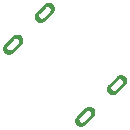
<source format=gbr>
%TF.GenerationSoftware,Flux,Pcbnew,7.0.11-7.0.11~ubuntu20.04.1*%
%TF.CreationDate,2024-08-21T18:35:08+00:00*%
%TF.ProjectId,input,696e7075-742e-46b6-9963-61645f706362,rev?*%
%TF.SameCoordinates,Original*%
%TF.FileFunction,Soldermask,Bot*%
%TF.FilePolarity,Negative*%
%FSLAX46Y46*%
G04 Gerber Fmt 4.6, Leading zero omitted, Abs format (unit mm)*
G04 Filename: practical-fuchsia-massive-robot-spider*
G04 Build it with Flux! Visit our site at: https://www.flux.ai (PCBNEW 7.0.11-7.0.11~ubuntu20.04.1) date 2024-08-21 18:35:08*
%MOMM*%
%LPD*%
G01*
G04 APERTURE LIST*
G04 APERTURE END LIST*
%TO.C,*%
G36*
X37369941Y20348377D02*
G01*
X37394364Y20345972D01*
X37418640Y20342371D01*
X37442709Y20337583D01*
X37466515Y20331620D01*
X37490000Y20324496D01*
X37513106Y20316228D01*
X37535779Y20306837D01*
X37557964Y20296344D01*
X37579608Y20284776D01*
X37600658Y20272159D01*
X37621063Y20258524D01*
X37640775Y20243905D01*
X37659745Y20228337D01*
X37677929Y20211856D01*
X37695282Y20194502D01*
X37711763Y20176319D01*
X37727332Y20157348D01*
X37741951Y20137636D01*
X37755586Y20117231D01*
X37768202Y20096181D01*
X37779771Y20074538D01*
X37790264Y20052353D01*
X37799655Y20029680D01*
X37807923Y20006573D01*
X37815047Y19983088D01*
X37821010Y19959283D01*
X37825798Y19935213D01*
X37829399Y19910937D01*
X37831804Y19886514D01*
X37833008Y19862003D01*
X37833008Y19837461D01*
X37831804Y19812950D01*
X37829399Y19788527D01*
X37825798Y19764251D01*
X37821010Y19740181D01*
X37815047Y19716376D01*
X37807923Y19692891D01*
X37799655Y19669785D01*
X37790264Y19647111D01*
X37779771Y19624926D01*
X37768202Y19603283D01*
X37755586Y19582233D01*
X37741951Y19561828D01*
X37727332Y19542116D01*
X37711763Y19523146D01*
X37695282Y19504962D01*
X37677929Y19487609D01*
X36970822Y18780502D01*
X36952638Y18764021D01*
X36933668Y18748452D01*
X36913956Y18733833D01*
X36893551Y18720199D01*
X36872501Y18707582D01*
X36850858Y18696013D01*
X36828673Y18685520D01*
X36806000Y18676129D01*
X36782893Y18667861D01*
X36759408Y18660737D01*
X36735603Y18654774D01*
X36711533Y18649986D01*
X36687257Y18646386D01*
X36662834Y18643980D01*
X36638323Y18642776D01*
X36613781Y18642776D01*
X36589270Y18643980D01*
X36564847Y18646386D01*
X36540571Y18649986D01*
X36516501Y18654774D01*
X36492696Y18660737D01*
X36469211Y18667861D01*
X36446105Y18676129D01*
X36423431Y18685520D01*
X36401246Y18696013D01*
X36379603Y18707582D01*
X36358553Y18720199D01*
X36338148Y18733833D01*
X36318436Y18748452D01*
X36299466Y18764021D01*
X36281282Y18780502D01*
X36263928Y18797855D01*
X36247448Y18816039D01*
X36231879Y18835010D01*
X36217260Y18854721D01*
X36203625Y18875126D01*
X36191009Y18896176D01*
X36179440Y18917820D01*
X36168947Y18940005D01*
X36159556Y18962678D01*
X36151288Y18985784D01*
X36144164Y19009269D01*
X36138201Y19033075D01*
X36133413Y19057144D01*
X36129812Y19081420D01*
X36127407Y19105843D01*
X36126203Y19130355D01*
X36126203Y19154896D01*
X36127407Y19179408D01*
X36129812Y19203831D01*
X36133413Y19228106D01*
X36136287Y19242556D01*
X36482193Y19242556D01*
X36482795Y19230300D01*
X36483998Y19218089D01*
X36485799Y19205951D01*
X36488193Y19193916D01*
X36491174Y19182013D01*
X36494736Y19170271D01*
X36498870Y19158718D01*
X36503566Y19147381D01*
X36508812Y19136288D01*
X36514596Y19125467D01*
X36520905Y19114942D01*
X36527722Y19104739D01*
X36535031Y19094883D01*
X36542816Y19085398D01*
X36551056Y19076306D01*
X36559733Y19067630D01*
X36568825Y19059389D01*
X36578310Y19051605D01*
X36588166Y19044295D01*
X36598369Y19037478D01*
X36608893Y19031170D01*
X36619715Y19025385D01*
X36630808Y19020139D01*
X36642144Y19015443D01*
X36653698Y19011309D01*
X36665440Y19007747D01*
X36677343Y19004766D01*
X36689378Y19002372D01*
X36701515Y19000571D01*
X36713727Y18999369D01*
X36725983Y18998767D01*
X36738253Y18998767D01*
X36750509Y18999369D01*
X36762721Y19000571D01*
X36774859Y19002372D01*
X36786893Y19004766D01*
X36798796Y19007747D01*
X36810538Y19011309D01*
X36822092Y19015443D01*
X36833428Y19020139D01*
X36844521Y19025385D01*
X36855343Y19031170D01*
X36865867Y19037478D01*
X36876070Y19044295D01*
X36885926Y19051605D01*
X36895411Y19059389D01*
X36904503Y19067630D01*
X37399478Y19562604D01*
X37408155Y19571281D01*
X37416395Y19580373D01*
X37424179Y19589858D01*
X37431489Y19599714D01*
X37438306Y19609917D01*
X37444615Y19620442D01*
X37450399Y19631263D01*
X37455645Y19642356D01*
X37460341Y19653692D01*
X37464475Y19665246D01*
X37468037Y19676988D01*
X37471018Y19688891D01*
X37473412Y19700926D01*
X37475213Y19713063D01*
X37476415Y19725275D01*
X37477017Y19737531D01*
X37477017Y19749801D01*
X37476415Y19762057D01*
X37475213Y19774269D01*
X37473412Y19786407D01*
X37471018Y19798441D01*
X37468037Y19810344D01*
X37464475Y19822087D01*
X37460341Y19833640D01*
X37455645Y19844976D01*
X37450399Y19856069D01*
X37444615Y19866891D01*
X37438306Y19877415D01*
X37431489Y19887618D01*
X37424179Y19897474D01*
X37416395Y19906959D01*
X37408155Y19916051D01*
X37399478Y19924728D01*
X37390386Y19932968D01*
X37380901Y19940753D01*
X37371045Y19948062D01*
X37360842Y19954879D01*
X37350317Y19961188D01*
X37339496Y19966972D01*
X37328403Y19972219D01*
X37317067Y19976914D01*
X37305513Y19981048D01*
X37293771Y19984610D01*
X37281868Y19987592D01*
X37269833Y19989985D01*
X37257695Y19991786D01*
X37245484Y19992989D01*
X37233228Y19993591D01*
X37220957Y19993591D01*
X37208702Y19992989D01*
X37196490Y19991786D01*
X37184352Y19989985D01*
X37172317Y19987592D01*
X37160415Y19984610D01*
X37148672Y19981048D01*
X37137119Y19976914D01*
X37125782Y19972219D01*
X37114690Y19966972D01*
X37103868Y19961188D01*
X37093343Y19954879D01*
X37083141Y19948062D01*
X37073285Y19940753D01*
X37063800Y19932968D01*
X37054708Y19924728D01*
X36551056Y19421076D01*
X36542816Y19411985D01*
X36535031Y19402499D01*
X36527722Y19392643D01*
X36520905Y19382441D01*
X36514596Y19371916D01*
X36508812Y19361094D01*
X36503566Y19350002D01*
X36498870Y19338665D01*
X36494736Y19327112D01*
X36491174Y19315370D01*
X36488193Y19303467D01*
X36485799Y19291432D01*
X36483998Y19279294D01*
X36482795Y19267082D01*
X36482193Y19254827D01*
X36482193Y19242556D01*
X36136287Y19242556D01*
X36138201Y19252176D01*
X36144164Y19275982D01*
X36151288Y19299466D01*
X36159556Y19322573D01*
X36168947Y19345246D01*
X36179440Y19367431D01*
X36191009Y19389074D01*
X36203625Y19410124D01*
X36217260Y19430529D01*
X36231879Y19450241D01*
X36247448Y19469212D01*
X36263928Y19487396D01*
X36988389Y20211856D01*
X37006572Y20228337D01*
X37025543Y20243905D01*
X37045255Y20258524D01*
X37065660Y20272159D01*
X37086710Y20284776D01*
X37108353Y20296344D01*
X37130538Y20306837D01*
X37153211Y20316228D01*
X37176318Y20324496D01*
X37199802Y20331620D01*
X37223608Y20337583D01*
X37247678Y20342371D01*
X37271953Y20345972D01*
X37296377Y20348377D01*
X37320888Y20349581D01*
X37345429Y20349581D01*
X37369941Y20348377D01*
G37*
G36*
X31260566Y26457807D02*
G01*
X31284989Y26455402D01*
X31309265Y26451801D01*
X31333334Y26447013D01*
X31357140Y26441050D01*
X31380625Y26433926D01*
X31403731Y26425659D01*
X31426404Y26416267D01*
X31448589Y26405774D01*
X31470233Y26394206D01*
X31491282Y26381589D01*
X31511688Y26367955D01*
X31531399Y26353335D01*
X31550370Y26337767D01*
X31568554Y26321286D01*
X31585907Y26303932D01*
X31602388Y26285749D01*
X31617957Y26266778D01*
X31632576Y26247066D01*
X31646210Y26226661D01*
X31658827Y26205611D01*
X31670396Y26183968D01*
X31680889Y26161783D01*
X31690280Y26139110D01*
X31698548Y26116003D01*
X31705672Y26092518D01*
X31711635Y26068713D01*
X31716422Y26044643D01*
X31720023Y26020367D01*
X31722429Y25995944D01*
X31723633Y25971433D01*
X31723633Y25946891D01*
X31722429Y25922380D01*
X31720023Y25897957D01*
X31716422Y25873681D01*
X31711635Y25849611D01*
X31705672Y25825806D01*
X31698548Y25802321D01*
X31690280Y25779215D01*
X31680889Y25756541D01*
X31670396Y25734356D01*
X31658827Y25712713D01*
X31646210Y25691663D01*
X31632576Y25671258D01*
X31617957Y25651546D01*
X31602388Y25632576D01*
X31585907Y25614392D01*
X31568554Y25597039D01*
X30861447Y24889932D01*
X30843263Y24873451D01*
X30824293Y24857882D01*
X30804581Y24843263D01*
X30784176Y24829629D01*
X30763126Y24817012D01*
X30741483Y24805443D01*
X30719298Y24794950D01*
X30696624Y24785559D01*
X30673518Y24777291D01*
X30650033Y24770167D01*
X30626227Y24764204D01*
X30602158Y24759417D01*
X30577882Y24755816D01*
X30553459Y24753410D01*
X30528947Y24752206D01*
X30504406Y24752206D01*
X30479895Y24753410D01*
X30455472Y24755816D01*
X30431196Y24759417D01*
X30407126Y24764204D01*
X30383320Y24770167D01*
X30359836Y24777291D01*
X30336729Y24785559D01*
X30314056Y24794950D01*
X30291871Y24805443D01*
X30270228Y24817012D01*
X30249178Y24829629D01*
X30228773Y24843263D01*
X30209061Y24857882D01*
X30190090Y24873451D01*
X30171907Y24889932D01*
X30154553Y24907285D01*
X30138072Y24925469D01*
X30122504Y24944440D01*
X30107884Y24964151D01*
X30094250Y24984557D01*
X30081633Y25005606D01*
X30070065Y25027250D01*
X30059572Y25049435D01*
X30050180Y25072108D01*
X30041913Y25095214D01*
X30034789Y25118699D01*
X30028826Y25142505D01*
X30024038Y25166574D01*
X30020437Y25190850D01*
X30018032Y25215273D01*
X30016827Y25239785D01*
X30016827Y25264326D01*
X30018032Y25288838D01*
X30020437Y25313261D01*
X30024038Y25337536D01*
X30026912Y25351986D01*
X30372818Y25351986D01*
X30373420Y25339730D01*
X30374623Y25327519D01*
X30376423Y25315381D01*
X30378817Y25303346D01*
X30381799Y25291443D01*
X30385361Y25279701D01*
X30389495Y25268148D01*
X30394190Y25256811D01*
X30399437Y25245719D01*
X30405221Y25234897D01*
X30411529Y25224372D01*
X30418347Y25214169D01*
X30425656Y25204313D01*
X30433441Y25194828D01*
X30441681Y25185736D01*
X30450358Y25177060D01*
X30459450Y25168819D01*
X30468935Y25161035D01*
X30478791Y25153725D01*
X30488993Y25146908D01*
X30499518Y25140600D01*
X30510340Y25134815D01*
X30521433Y25129569D01*
X30532769Y25124873D01*
X30544322Y25120739D01*
X30556065Y25117177D01*
X30567968Y25114196D01*
X30580002Y25111802D01*
X30592140Y25110001D01*
X30604352Y25108799D01*
X30616608Y25108197D01*
X30628878Y25108197D01*
X30641134Y25108799D01*
X30653346Y25110001D01*
X30665483Y25111802D01*
X30677518Y25114196D01*
X30689421Y25117177D01*
X30701163Y25120739D01*
X30712717Y25124873D01*
X30724053Y25129569D01*
X30735146Y25134815D01*
X30745967Y25140600D01*
X30756492Y25146908D01*
X30766695Y25153725D01*
X30776551Y25161035D01*
X30786036Y25168819D01*
X30795128Y25177060D01*
X31290103Y25672034D01*
X31298779Y25680711D01*
X31307020Y25689803D01*
X31314804Y25699288D01*
X31322114Y25709144D01*
X31328931Y25719347D01*
X31335239Y25729872D01*
X31341024Y25740693D01*
X31346270Y25751786D01*
X31350966Y25763122D01*
X31355100Y25774676D01*
X31358662Y25786418D01*
X31361643Y25798321D01*
X31364037Y25810356D01*
X31365838Y25822493D01*
X31367040Y25834705D01*
X31367642Y25846961D01*
X31367642Y25859231D01*
X31367040Y25871487D01*
X31365838Y25883699D01*
X31364037Y25895837D01*
X31361643Y25907871D01*
X31358662Y25919774D01*
X31355100Y25931517D01*
X31350966Y25943070D01*
X31346270Y25954406D01*
X31341024Y25965499D01*
X31335239Y25976321D01*
X31328931Y25986845D01*
X31322114Y25997048D01*
X31314804Y26006904D01*
X31307020Y26016389D01*
X31298779Y26025481D01*
X31290103Y26034158D01*
X31281011Y26042398D01*
X31271526Y26050183D01*
X31261670Y26057492D01*
X31251467Y26064309D01*
X31240942Y26070618D01*
X31230120Y26076402D01*
X31219028Y26081649D01*
X31207691Y26086344D01*
X31196138Y26090478D01*
X31184396Y26094040D01*
X31172493Y26097022D01*
X31160458Y26099415D01*
X31148320Y26101216D01*
X31136109Y26102419D01*
X31123853Y26103021D01*
X31111582Y26103021D01*
X31099326Y26102419D01*
X31087115Y26101216D01*
X31074977Y26099415D01*
X31062942Y26097022D01*
X31051039Y26094040D01*
X31039297Y26090478D01*
X31027744Y26086344D01*
X31016407Y26081649D01*
X31005315Y26076402D01*
X30994493Y26070618D01*
X30983968Y26064309D01*
X30973766Y26057492D01*
X30963910Y26050183D01*
X30954424Y26042398D01*
X30945332Y26034158D01*
X30441681Y25530506D01*
X30433441Y25521415D01*
X30425656Y25511929D01*
X30418347Y25502073D01*
X30411529Y25491871D01*
X30405221Y25481346D01*
X30399437Y25470524D01*
X30394190Y25459432D01*
X30389495Y25448095D01*
X30385361Y25436542D01*
X30381799Y25424800D01*
X30378817Y25412897D01*
X30376423Y25400862D01*
X30374623Y25388724D01*
X30373420Y25376512D01*
X30372818Y25364257D01*
X30372818Y25351986D01*
X30026912Y25351986D01*
X30028826Y25361606D01*
X30034789Y25385412D01*
X30041913Y25408896D01*
X30050180Y25432003D01*
X30059572Y25454676D01*
X30070065Y25476861D01*
X30081633Y25498504D01*
X30094250Y25519554D01*
X30107884Y25539959D01*
X30122504Y25559671D01*
X30138072Y25578642D01*
X30154553Y25596826D01*
X30879013Y26321286D01*
X30897197Y26337767D01*
X30916168Y26353335D01*
X30935880Y26367955D01*
X30956285Y26381589D01*
X30977335Y26394206D01*
X30998978Y26405774D01*
X31021163Y26416267D01*
X31043836Y26425659D01*
X31066943Y26433926D01*
X31090427Y26441050D01*
X31114233Y26447013D01*
X31138303Y26451801D01*
X31162578Y26455402D01*
X31187001Y26457807D01*
X31211513Y26459012D01*
X31236054Y26459012D01*
X31260566Y26457807D01*
G37*
G36*
X34682923Y17661384D02*
G01*
X34707346Y17658978D01*
X34731622Y17655377D01*
X34755692Y17650589D01*
X34779497Y17644626D01*
X34802982Y17637502D01*
X34826088Y17629235D01*
X34848762Y17619843D01*
X34870947Y17609351D01*
X34892590Y17597782D01*
X34913640Y17585165D01*
X34934045Y17571531D01*
X34953757Y17556912D01*
X34972727Y17541343D01*
X34990911Y17524862D01*
X35008265Y17507509D01*
X35024745Y17489325D01*
X35040314Y17470354D01*
X35054933Y17450642D01*
X35068568Y17430237D01*
X35081184Y17409187D01*
X35092753Y17387544D01*
X35103246Y17365359D01*
X35112637Y17342686D01*
X35120905Y17319579D01*
X35128029Y17296095D01*
X35133992Y17272289D01*
X35138780Y17248219D01*
X35142381Y17223944D01*
X35144786Y17199521D01*
X35145990Y17175009D01*
X35145990Y17150468D01*
X35144786Y17125956D01*
X35142381Y17101533D01*
X35138780Y17077257D01*
X35133992Y17053188D01*
X35128029Y17029382D01*
X35120905Y17005898D01*
X35112637Y16982791D01*
X35103246Y16960118D01*
X35092753Y16937933D01*
X35081184Y16916289D01*
X35068568Y16895240D01*
X35054933Y16874834D01*
X35040314Y16855123D01*
X35024745Y16836152D01*
X35008265Y16817968D01*
X34990911Y16800615D01*
X34283804Y16093508D01*
X34265621Y16077027D01*
X34246650Y16061458D01*
X34226938Y16046839D01*
X34206533Y16033205D01*
X34185483Y16020588D01*
X34163840Y16009019D01*
X34141655Y15998527D01*
X34118982Y15989135D01*
X34095875Y15980868D01*
X34072391Y15973744D01*
X34048585Y15967781D01*
X34024515Y15962993D01*
X34000240Y15959392D01*
X33975816Y15956986D01*
X33951305Y15955782D01*
X33926764Y15955782D01*
X33902252Y15956986D01*
X33877829Y15959392D01*
X33853553Y15962993D01*
X33829484Y15967781D01*
X33805678Y15973744D01*
X33782193Y15980868D01*
X33759087Y15989135D01*
X33736414Y15998527D01*
X33714229Y16009019D01*
X33692585Y16020588D01*
X33671535Y16033205D01*
X33651130Y16046839D01*
X33631418Y16061458D01*
X33612448Y16077027D01*
X33594264Y16093508D01*
X33576911Y16110861D01*
X33560430Y16129045D01*
X33544861Y16148016D01*
X33530242Y16167728D01*
X33516607Y16188133D01*
X33503991Y16209183D01*
X33492422Y16230826D01*
X33481929Y16253011D01*
X33472538Y16275684D01*
X33464270Y16298791D01*
X33457146Y16322275D01*
X33451183Y16346081D01*
X33446395Y16370151D01*
X33442794Y16394426D01*
X33440389Y16418849D01*
X33439185Y16443361D01*
X33439185Y16467902D01*
X33440389Y16492414D01*
X33442794Y16516837D01*
X33446395Y16541113D01*
X33449269Y16555562D01*
X33795176Y16555562D01*
X33795778Y16543306D01*
X33796980Y16531095D01*
X33798781Y16518957D01*
X33801175Y16506922D01*
X33804156Y16495019D01*
X33807718Y16483277D01*
X33811852Y16471724D01*
X33816548Y16460387D01*
X33821794Y16449295D01*
X33827578Y16438473D01*
X33833887Y16427948D01*
X33840704Y16417746D01*
X33848014Y16407890D01*
X33855798Y16398404D01*
X33864038Y16389312D01*
X33872715Y16380636D01*
X33881807Y16372395D01*
X33891292Y16364611D01*
X33901148Y16357301D01*
X33911351Y16350484D01*
X33921876Y16344176D01*
X33932697Y16338392D01*
X33943790Y16333145D01*
X33955126Y16328449D01*
X33966680Y16324316D01*
X33978422Y16320754D01*
X33990325Y16317772D01*
X34002360Y16315378D01*
X34014498Y16313578D01*
X34026709Y16312375D01*
X34038965Y16311773D01*
X34051236Y16311773D01*
X34063491Y16312375D01*
X34075703Y16313578D01*
X34087841Y16315378D01*
X34099876Y16317772D01*
X34111778Y16320754D01*
X34123521Y16324316D01*
X34135074Y16328449D01*
X34146411Y16333145D01*
X34157503Y16338392D01*
X34168325Y16344176D01*
X34178850Y16350484D01*
X34189052Y16357301D01*
X34198908Y16364611D01*
X34208393Y16372395D01*
X34217485Y16380636D01*
X34712460Y16875611D01*
X34721137Y16884287D01*
X34729377Y16893379D01*
X34737162Y16902864D01*
X34744471Y16912720D01*
X34751288Y16922923D01*
X34757597Y16933448D01*
X34763381Y16944270D01*
X34768627Y16955362D01*
X34773323Y16966699D01*
X34777457Y16978252D01*
X34781019Y16989994D01*
X34784000Y17001897D01*
X34786394Y17013932D01*
X34788195Y17026070D01*
X34789398Y17038281D01*
X34790000Y17050537D01*
X34790000Y17062808D01*
X34789398Y17075064D01*
X34788195Y17087275D01*
X34786394Y17099413D01*
X34784000Y17111448D01*
X34781019Y17123351D01*
X34777457Y17135093D01*
X34773323Y17146646D01*
X34768627Y17157983D01*
X34763381Y17169075D01*
X34757597Y17179897D01*
X34751288Y17190422D01*
X34744471Y17200624D01*
X34737162Y17210480D01*
X34729377Y17219966D01*
X34721137Y17229057D01*
X34712460Y17237734D01*
X34703368Y17245975D01*
X34693883Y17253759D01*
X34684027Y17261069D01*
X34673824Y17267886D01*
X34663299Y17274194D01*
X34652478Y17279978D01*
X34641385Y17285225D01*
X34630049Y17289921D01*
X34618495Y17294054D01*
X34606753Y17297616D01*
X34594850Y17300598D01*
X34582815Y17302992D01*
X34570678Y17304792D01*
X34558466Y17305995D01*
X34546210Y17306597D01*
X34533940Y17306597D01*
X34521684Y17305995D01*
X34509472Y17304792D01*
X34497334Y17302992D01*
X34485300Y17300598D01*
X34473397Y17297616D01*
X34461655Y17294054D01*
X34450101Y17289921D01*
X34438765Y17285225D01*
X34427672Y17279978D01*
X34416850Y17274194D01*
X34406326Y17267886D01*
X34396123Y17261069D01*
X34386267Y17253759D01*
X34376782Y17245975D01*
X34367690Y17237734D01*
X33864038Y16734083D01*
X33855798Y16724991D01*
X33848014Y16715506D01*
X33840704Y16705650D01*
X33833887Y16695447D01*
X33827578Y16684922D01*
X33821794Y16674100D01*
X33816548Y16663008D01*
X33811852Y16651671D01*
X33807718Y16640118D01*
X33804156Y16628376D01*
X33801175Y16616473D01*
X33798781Y16604438D01*
X33796980Y16592300D01*
X33795778Y16580089D01*
X33795176Y16567833D01*
X33795176Y16555562D01*
X33449269Y16555562D01*
X33451183Y16565182D01*
X33457146Y16588988D01*
X33464270Y16612472D01*
X33472538Y16635579D01*
X33481929Y16658252D01*
X33492422Y16680437D01*
X33503991Y16702081D01*
X33516607Y16723130D01*
X33530242Y16743536D01*
X33544861Y16763247D01*
X33560430Y16782218D01*
X33576911Y16800402D01*
X34301371Y17524862D01*
X34319555Y17541343D01*
X34338525Y17556912D01*
X34358237Y17571531D01*
X34378642Y17585165D01*
X34399692Y17597782D01*
X34421335Y17609351D01*
X34443520Y17619843D01*
X34466193Y17629235D01*
X34489300Y17637502D01*
X34512785Y17644626D01*
X34536590Y17650589D01*
X34560660Y17655377D01*
X34584936Y17658978D01*
X34609359Y17661384D01*
X34633870Y17662588D01*
X34658412Y17662588D01*
X34682923Y17661384D01*
G37*
G36*
X28573548Y23770814D02*
G01*
X28597971Y23768408D01*
X28622247Y23764807D01*
X28646316Y23760019D01*
X28670122Y23754056D01*
X28693607Y23746932D01*
X28716713Y23738665D01*
X28739386Y23729273D01*
X28761571Y23718781D01*
X28783215Y23707212D01*
X28804265Y23694595D01*
X28824670Y23680961D01*
X28844382Y23666342D01*
X28863352Y23650773D01*
X28881536Y23634292D01*
X28898889Y23616939D01*
X28915370Y23598755D01*
X28930939Y23579784D01*
X28945558Y23560072D01*
X28959193Y23539667D01*
X28971809Y23518617D01*
X28983378Y23496974D01*
X28993871Y23474789D01*
X29003262Y23452116D01*
X29011530Y23429009D01*
X29018654Y23405525D01*
X29024617Y23381719D01*
X29029405Y23357649D01*
X29033006Y23333374D01*
X29035411Y23308951D01*
X29036615Y23284439D01*
X29036615Y23259898D01*
X29035411Y23235386D01*
X29033006Y23210963D01*
X29029405Y23186687D01*
X29024617Y23162618D01*
X29018654Y23138812D01*
X29011530Y23115328D01*
X29003262Y23092221D01*
X28993871Y23069548D01*
X28983378Y23047363D01*
X28971809Y23025719D01*
X28959193Y23004670D01*
X28945558Y22984264D01*
X28930939Y22964553D01*
X28915370Y22945582D01*
X28898889Y22927398D01*
X28881536Y22910045D01*
X28174429Y22202938D01*
X28156245Y22186457D01*
X28137275Y22170888D01*
X28117563Y22156269D01*
X28097158Y22142635D01*
X28076108Y22130018D01*
X28054465Y22118449D01*
X28032280Y22107957D01*
X28009607Y22098565D01*
X27986500Y22090298D01*
X27963015Y22083174D01*
X27939210Y22077211D01*
X27915140Y22072423D01*
X27890864Y22068822D01*
X27866441Y22066416D01*
X27841930Y22065212D01*
X27817388Y22065212D01*
X27792877Y22066416D01*
X27768454Y22068822D01*
X27744178Y22072423D01*
X27720108Y22077211D01*
X27696303Y22083174D01*
X27672818Y22090298D01*
X27649712Y22098565D01*
X27627038Y22107957D01*
X27604853Y22118449D01*
X27583210Y22130018D01*
X27562160Y22142635D01*
X27541755Y22156269D01*
X27522043Y22170888D01*
X27503073Y22186457D01*
X27484889Y22202938D01*
X27467535Y22220291D01*
X27451055Y22238475D01*
X27435486Y22257446D01*
X27420867Y22277158D01*
X27407232Y22297563D01*
X27394616Y22318613D01*
X27383047Y22340256D01*
X27372554Y22362441D01*
X27363163Y22385114D01*
X27354895Y22408221D01*
X27347771Y22431705D01*
X27341808Y22455511D01*
X27337020Y22479581D01*
X27333419Y22503856D01*
X27331014Y22528279D01*
X27329810Y22552791D01*
X27329810Y22577332D01*
X27331014Y22601844D01*
X27333419Y22626267D01*
X27337020Y22650543D01*
X27339894Y22664992D01*
X27685800Y22664992D01*
X27686402Y22652736D01*
X27687605Y22640525D01*
X27689406Y22628387D01*
X27691800Y22616352D01*
X27694781Y22604449D01*
X27698343Y22592707D01*
X27702477Y22581154D01*
X27707173Y22569817D01*
X27712419Y22558725D01*
X27718203Y22547903D01*
X27724512Y22537378D01*
X27731329Y22527176D01*
X27738638Y22517320D01*
X27746423Y22507834D01*
X27754663Y22498743D01*
X27763340Y22490066D01*
X27772432Y22481825D01*
X27781917Y22474041D01*
X27791773Y22466731D01*
X27801976Y22459914D01*
X27812501Y22453606D01*
X27823322Y22447822D01*
X27834415Y22442575D01*
X27845751Y22437879D01*
X27857305Y22433746D01*
X27869047Y22430184D01*
X27880950Y22427202D01*
X27892985Y22424808D01*
X27905122Y22423008D01*
X27917334Y22421805D01*
X27929590Y22421203D01*
X27941860Y22421203D01*
X27954116Y22421805D01*
X27966328Y22423008D01*
X27978466Y22424808D01*
X27990500Y22427202D01*
X28002403Y22430184D01*
X28014145Y22433746D01*
X28025699Y22437879D01*
X28037035Y22442575D01*
X28048128Y22447822D01*
X28058950Y22453606D01*
X28069474Y22459914D01*
X28079677Y22466731D01*
X28089533Y22474041D01*
X28099018Y22481825D01*
X28108110Y22490066D01*
X28603085Y22985041D01*
X28611762Y22993717D01*
X28620002Y23002809D01*
X28627786Y23012294D01*
X28635096Y23022150D01*
X28641913Y23032353D01*
X28648222Y23042878D01*
X28654006Y23053700D01*
X28659252Y23064792D01*
X28663948Y23076129D01*
X28668082Y23087682D01*
X28671644Y23099424D01*
X28674625Y23111327D01*
X28677019Y23123362D01*
X28678820Y23135500D01*
X28680022Y23147711D01*
X28680624Y23159967D01*
X28680624Y23172238D01*
X28680022Y23184494D01*
X28678820Y23196705D01*
X28677019Y23208843D01*
X28674625Y23220878D01*
X28671644Y23232781D01*
X28668082Y23244523D01*
X28663948Y23256076D01*
X28659252Y23267413D01*
X28654006Y23278505D01*
X28648222Y23289327D01*
X28641913Y23299852D01*
X28635096Y23310054D01*
X28627786Y23319910D01*
X28620002Y23329396D01*
X28611762Y23338488D01*
X28603085Y23347164D01*
X28593993Y23355405D01*
X28584508Y23363189D01*
X28574652Y23370499D01*
X28564449Y23377316D01*
X28553924Y23383624D01*
X28543103Y23389408D01*
X28532010Y23394655D01*
X28520674Y23399351D01*
X28509120Y23403484D01*
X28497378Y23407046D01*
X28485475Y23410028D01*
X28473440Y23412422D01*
X28461302Y23414222D01*
X28449091Y23415425D01*
X28436835Y23416027D01*
X28424564Y23416027D01*
X28412309Y23415425D01*
X28400097Y23414222D01*
X28387959Y23412422D01*
X28375924Y23410028D01*
X28364022Y23407046D01*
X28352279Y23403484D01*
X28340726Y23399351D01*
X28329389Y23394655D01*
X28318297Y23389408D01*
X28307475Y23383624D01*
X28296950Y23377316D01*
X28286748Y23370499D01*
X28276892Y23363189D01*
X28267407Y23355405D01*
X28258315Y23347164D01*
X27754663Y22843513D01*
X27746423Y22834421D01*
X27738638Y22824936D01*
X27731329Y22815080D01*
X27724512Y22804877D01*
X27718203Y22794352D01*
X27712419Y22783530D01*
X27707173Y22772438D01*
X27702477Y22761101D01*
X27698343Y22749548D01*
X27694781Y22737806D01*
X27691800Y22725903D01*
X27689406Y22713868D01*
X27687605Y22701730D01*
X27686402Y22689519D01*
X27685800Y22677263D01*
X27685800Y22664992D01*
X27339894Y22664992D01*
X27341808Y22674612D01*
X27347771Y22698418D01*
X27354895Y22721902D01*
X27363163Y22745009D01*
X27372554Y22767682D01*
X27383047Y22789867D01*
X27394616Y22811511D01*
X27407232Y22832560D01*
X27420867Y22852966D01*
X27435486Y22872677D01*
X27451055Y22891648D01*
X27467535Y22909832D01*
X28191996Y23634292D01*
X28210179Y23650773D01*
X28229150Y23666342D01*
X28248862Y23680961D01*
X28269267Y23694595D01*
X28290317Y23707212D01*
X28311960Y23718781D01*
X28334145Y23729273D01*
X28356818Y23738665D01*
X28379925Y23746932D01*
X28403409Y23754056D01*
X28427215Y23760019D01*
X28451285Y23764807D01*
X28475560Y23768408D01*
X28499984Y23770814D01*
X28524495Y23772018D01*
X28549036Y23772018D01*
X28573548Y23770814D01*
G37*
%TD*%
M02*

</source>
